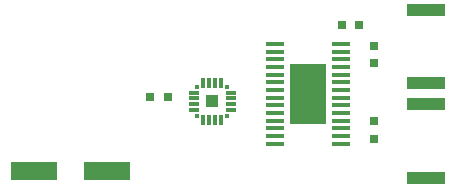
<source format=gbr>
G04 #@! TF.FileFunction,Paste,Bot*
%FSLAX46Y46*%
G04 Gerber Fmt 4.6, Leading zero omitted, Abs format (unit mm)*
G04 Created by KiCad (PCBNEW 4.0.2+e4-6225~38~ubuntu14.04.1-stable) date Sat 23 Jul 2016 00:12:46 PDT*
%MOMM*%
G01*
G04 APERTURE LIST*
%ADD10C,0.100000*%
%ADD11R,1.550000X0.350000*%
%ADD12R,3.100000X5.180000*%
%ADD13R,0.750000X0.800000*%
%ADD14R,0.800000X0.750000*%
%ADD15R,3.200000X1.000000*%
%ADD16R,0.350000X0.350000*%
%ADD17R,0.900000X0.300000*%
%ADD18R,0.300000X0.900000*%
%ADD19R,1.080000X1.080000*%
%ADD20R,4.000500X1.600200*%
G04 APERTURE END LIST*
D10*
D11*
X154800000Y-77775000D03*
X154800000Y-78425000D03*
X154800000Y-79075000D03*
X154800000Y-79725000D03*
X154800000Y-80375000D03*
X154800000Y-81025000D03*
X154800000Y-81675000D03*
X154800000Y-82325000D03*
X154800000Y-82975000D03*
X154800000Y-83625000D03*
X154800000Y-84275000D03*
X154800000Y-84925000D03*
X154800000Y-85575000D03*
X154800000Y-86225000D03*
X149200000Y-86225000D03*
X149200000Y-85575000D03*
X149200000Y-84925000D03*
X149200000Y-84275000D03*
X149200000Y-83625000D03*
X149200000Y-82975000D03*
X149200000Y-82325000D03*
X149200000Y-81675000D03*
X149200000Y-81025000D03*
X149200000Y-80375000D03*
X149200000Y-79725000D03*
X149200000Y-79075000D03*
X149200000Y-78425000D03*
X149200000Y-77775000D03*
D12*
X152000000Y-82000000D03*
D13*
X157625000Y-84350000D03*
X157625000Y-85850000D03*
D14*
X140175000Y-82300000D03*
X138675000Y-82300000D03*
D13*
X157625000Y-79425000D03*
X157625000Y-77925000D03*
D14*
X156375000Y-76200000D03*
X154875000Y-76200000D03*
D15*
X162000000Y-82900000D03*
X162000000Y-89100000D03*
X162000000Y-81100000D03*
X162000000Y-74900000D03*
D16*
X142675000Y-83900000D03*
D17*
X142375000Y-83400000D03*
X142375000Y-82900000D03*
X142375000Y-82400000D03*
X142375000Y-81900000D03*
D16*
X142675000Y-81400000D03*
D18*
X143175000Y-81100000D03*
X143675000Y-81100000D03*
X144175000Y-81100000D03*
X144675000Y-81100000D03*
D16*
X145175000Y-81400000D03*
D17*
X145475000Y-81900000D03*
X145475000Y-82400000D03*
X145475000Y-82900000D03*
X145475000Y-83400000D03*
D16*
X145175000Y-83900000D03*
D18*
X144675000Y-84200000D03*
X144175000Y-84200000D03*
X143675000Y-84200000D03*
X143175000Y-84200000D03*
D19*
X143925000Y-82650000D03*
D20*
X134975540Y-88500000D03*
X128874460Y-88500000D03*
M02*

</source>
